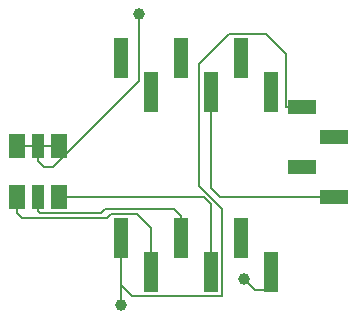
<source format=gtl>
G04 Layer_Physical_Order=1*
G04 Layer_Color=255*
%FSLAX44Y44*%
%MOMM*%
G71*
G01*
G75*
%ADD10R,2.4130X1.1430*%
%ADD11R,1.2700X3.4290*%
%ADD12R,1.4000X2.0000*%
%ADD13R,1.0000X2.0000*%
%ADD14C,0.2000*%
%ADD15C,1.0000*%
D10*
X795020Y895350D02*
D03*
X768350Y920750D02*
D03*
X795020Y946150D02*
D03*
X768350Y971550D02*
D03*
D11*
X741680Y984250D02*
D03*
X716280Y1013460D02*
D03*
X690880Y984250D02*
D03*
X665480Y1013460D02*
D03*
X640080Y984250D02*
D03*
X614680Y1013460D02*
D03*
X741680Y831850D02*
D03*
X716280Y861060D02*
D03*
X690880Y831850D02*
D03*
X665480Y861060D02*
D03*
X640080Y831850D02*
D03*
X614680Y861060D02*
D03*
D12*
X526830Y939350D02*
D03*
X562830D02*
D03*
X526830Y895350D02*
D03*
X562830D02*
D03*
D13*
X544830Y939350D02*
D03*
Y895350D02*
D03*
D14*
X557784Y921258D02*
X630730Y994204D01*
Y1051100D01*
X614680Y820928D02*
Y861060D01*
Y803910D02*
Y820928D01*
X728472Y816610D02*
X741680D01*
X614680Y820928D02*
X624078Y811530D01*
X700278D01*
Y885952D01*
X681482Y904748D02*
X700278Y885952D01*
X681482Y904748D02*
Y1008380D01*
X706882Y1033780D01*
X737870D01*
X754888Y1016762D01*
Y971550D02*
Y1016762D01*
Y971550D02*
X768350D01*
X550164Y921258D02*
X557784D01*
X544830Y926592D02*
X550164Y921258D01*
X544830Y926592D02*
Y939350D01*
X718820Y826262D02*
X728472Y816610D01*
X741680D02*
Y831850D01*
X562830Y895350D02*
X685038D01*
X690880Y889508D01*
Y831850D02*
Y889508D01*
X699008Y895350D02*
X795020D01*
X690880Y903478D02*
X699008Y895350D01*
X690880Y903478D02*
Y984250D01*
X544830Y883920D02*
Y895350D01*
Y883920D02*
X546862Y881888D01*
X598013D01*
X601330Y885205D01*
X660131D01*
X665480Y879856D01*
Y861060D02*
Y879856D01*
X640080Y831850D02*
Y869696D01*
X628571Y881205D02*
X640080Y869696D01*
X606631Y881205D02*
X628571D01*
X602996Y877570D02*
X606631Y881205D01*
X531148Y877570D02*
X602996D01*
X526830Y881888D02*
X531148Y877570D01*
X526830Y881888D02*
Y895350D01*
Y939350D02*
X544830D01*
X562830D01*
D15*
X630730Y1051100D02*
D03*
X614680Y803910D02*
D03*
X718820Y826262D02*
D03*
M02*

</source>
